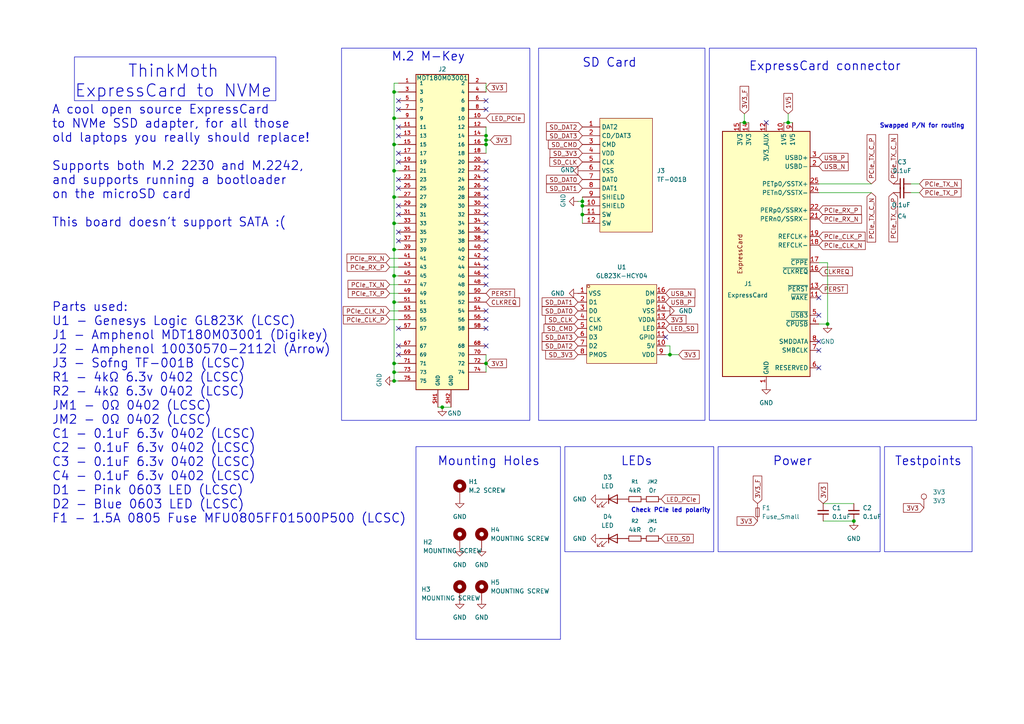
<source format=kicad_sch>
(kicad_sch (version 20250114) (generator "eeschema") (generator_version "9.0")
  (paper "A4")
  (title_block (title "ThinkMoth NVMe") (rev "V1.0") (company "Mothtek"))
  (lib_symbols
    (symbol "Connector:ExpressCard"
      (property "Reference" "J" (at 11.43 36.83 0))
      (property "Value" "ExpressCard" (at 7.62 -36.83 0))
      (symbol "ExpressCard_0_0"
        (text "ExpressCard" (at -7.62 0 900) (effects (font (size 1.27 1.27))))
      )
      (symbol "ExpressCard_0_1"
        (rectangle (start -12.7 35.56) (end 12.7 -35.56) (stroke (width 0.254)) (fill (type background)))
      )
      (symbol "ExpressCard_1_1"
        (pin power_out line (at -7.62 38.1 270) (length 2.54) (name "3V3") (number "15"))
        (pin power_out line (at -5.08 38.1 270) (length 2.54) (name "3V3") (number "14"))
        (pin power_out line (at 0 38.1 270) (length 2.54) (name "3V3_AUX") (number "12"))
        (pin power_out line (at 0 -38.1 90) (length 2.54) (name "GND") (number "1"))
        (pin passive line (at 0 -38.1 90) (length 2.54) (hide yes) (name "GND") (number "20"))
        (pin passive line (at 0 -38.1 90) (length 2.54) (hide yes) (name "GND") (number "23"))
        (pin passive line (at 0 -38.1 90) (length 2.54) (hide yes) (name "GND") (number "26"))
        (pin power_out line (at 5.08 38.1 270) (length 2.54) (name "1V5") (number "10"))
        (pin power_out line (at 7.62 38.1 270) (length 2.54) (name "1V5") (number "9"))
        (pin bidirectional line (at 15.24 27.94 180) (length 2.54) (name "USBD+") (number "3"))
        (pin bidirectional line (at 15.24 25.4 180) (length 2.54) (name "USBD-") (number "2"))
        (pin output line (at 15.24 20.32 180) (length 2.54) (name "PETp0/SSTX+") (number "25"))
        (pin output line (at 15.24 17.78 180) (length 2.54) (name "PETn0/SSTX-") (number "24"))
        (pin input line (at 15.24 12.7 180) (length 2.54) (name "PERp0/SSRX+") (number "22"))
        (pin input line (at 15.24 10.16 180) (length 2.54) (name "PERn0/SSRX-") (number "21"))
        (pin output line (at 15.24 5.08 180) (length 2.54) (name "REFCLK+") (number "19"))
        (pin output line (at 15.24 2.54 180) (length 2.54) (name "REFCLK-") (number "18"))
        (pin input line (at 15.24 -2.54 180) (length 2.54) (name "~{CPPE}") (number "17"))
        (pin input line (at 15.24 -5.08 180) (length 2.54) (name "~{CLKREQ}") (number "16"))
        (pin output line (at 15.24 -10.16 180) (length 2.54) (name "~{PERST}") (number "13"))
        (pin input line (at 15.24 -12.7 180) (length 2.54) (name "~{WAKE}") (number "11"))
        (pin bidirectional line (at 15.24 -17.78 180) (length 2.54) (name "~{USB3}") (number "5"))
        (pin input line (at 15.24 -20.32 180) (length 2.54) (name "~{CPUSB}") (number "4"))
        (pin bidirectional line (at 15.24 -25.4 180) (length 2.54) (name "SMDDATA") (number "8"))
        (pin output line (at 15.24 -27.94 180) (length 2.54) (name "SMBCLK") (number "7"))
        (pin passive line (at 15.24 -33.02 180) (length 2.54) (name "RESERVED") (number "6"))
      )
    )
    (symbol "Connector:TestPoint" (pin_numbers (hide yes)) (pin_names (offset 0.762) (hide yes))
      (property "Reference" "TP" (at 0 6.858 0))
      (property "Value" "TestPoint" (at 0 5.08 0))
      (symbol "TestPoint_0_1"
        (circle (center 0 3.302) (radius 0.762))
      )
      (symbol "TestPoint_1_1"
        (pin passive line (at 0 0 90) (length 2.54) (name "1") (number "1"))
      )
    )
    (symbol "Device:C_Small" (pin_numbers (hide yes)) (pin_names (offset 0.254) (hide yes))
      (property "Reference" "C" (at 0.254 1.778 0))
      (property "Value" "C_Small" (at 0.254 -2.032 0))
      (symbol "C_Small_0_1"
        (polyline (pts (xy -1.524 0.508) (xy 1.524 0.508)) (stroke (width 0.3048)))
        (polyline (pts (xy -1.524 -0.508) (xy 1.524 -0.508)) (stroke (width 0.3302)))
      )
      (symbol "C_Small_1_1"
        (pin passive line (at 0 2.54 270) (length 2.032) (name "~") (number "1"))
        (pin passive line (at 0 -2.54 90) (length 2.032) (name "~") (number "2"))
      )
    )
    (symbol "Device:Fuse_Small" (pin_numbers (hide yes)) (pin_names (offset 0.254) (hide yes))
      (property "Reference" "F" (at 0 -1.524 0))
      (property "Value" "Fuse_Small" (at 0 1.524 0))
      (symbol "Fuse_Small_0_1"
        (rectangle (start -1.27 0.508) (end 1.27 -0.508))
        (polyline (pts (xy -1.27 0) (xy 1.27 0)))
      )
      (symbol "Fuse_Small_1_1"
        (pin passive line (at -2.54 0 0) (length 1.27) (name "~") (number "1"))
        (pin passive line (at 2.54 0 180) (length 1.27) (name "~") (number "2"))
      )
    )
    (symbol "Device:LED" (pin_numbers (hide yes)) (pin_names (offset 1.016) (hide yes))
      (property "Reference" "D" (at 0 2.54 0))
      (property "Value" "LED" (at 0 -2.54 0))
      (symbol "LED_0_1"
        (polyline (pts (xy -3.048 -0.762) (xy -4.572 -2.286) (xy -3.81 -2.286) (xy -4.572 -2.286) (xy -4.572 -1.524)))
        (polyline (pts (xy -1.778 -0.762) (xy -3.302 -2.286) (xy -2.54 -2.286) (xy -3.302 -2.286) (xy -3.302 -1.524)))
        (polyline (pts (xy -1.27 0) (xy 1.27 0)))
        (polyline (pts (xy -1.27 -1.27) (xy -1.27 1.27)) (stroke (width 0.254)))
        (polyline (pts (xy 1.27 -1.27) (xy 1.27 1.27) (xy -1.27 0) (xy 1.27 -1.27)) (stroke (width 0.254)))
      )
      (symbol "LED_1_1"
        (pin passive line (at -3.81 0 0) (length 2.54) (name "K") (number "1"))
        (pin passive line (at 3.81 0 180) (length 2.54) (name "A") (number "2"))
      )
    )
    (symbol "Device:R_Small" (pin_numbers (hide yes)) (pin_names (offset 0.254) (hide yes))
      (property "Reference" "R" (at 0 0 90))
      (property "Value" "R_Small" (at 1.778 0 90))
      (symbol "R_Small_0_1"
        (rectangle (start -0.762 1.778) (end 0.762 -1.778) (stroke (width 0.2032)))
      )
      (symbol "R_Small_1_1"
        (pin passive line (at 0 2.54 270) (length 0.762) (name "~") (number "1"))
        (pin passive line (at 0 -2.54 90) (length 0.762) (name "~") (number "2"))
      )
    )
    (symbol "GL823K-HCY04:GL823K-HCY04"
      (property "Reference" "U" (at 0 13.97 0))
      (property "Value" "GL823K-HCY04" (at 0 -13.97 0))
      (symbol "GL823K-HCY04_0_1"
        (rectangle (start -10.16 11.43) (end 10.16 -11.43) (fill (type background)))
        (circle (center -9.65 10.92) (radius 0.38))
        (pin unspecified line (at -12.7 8.89 0) (length 2.54) (name "VSS") (number "1"))
        (pin unspecified line (at -12.7 6.35 0) (length 2.54) (name "D1") (number "2"))
        (pin unspecified line (at -12.7 3.81 0) (length 2.54) (name "D0") (number "3"))
        (pin unspecified line (at -12.7 1.27 0) (length 2.54) (name "CLK") (number "4"))
        (pin unspecified line (at -12.7 -1.27 0) (length 2.54) (name "CMD") (number "5"))
        (pin unspecified line (at -12.7 -3.81 0) (length 2.54) (name "D3") (number "6"))
        (pin unspecified line (at -12.7 -6.35 0) (length 2.54) (name "D2") (number "7"))
        (pin unspecified line (at -12.7 -8.89 0) (length 2.54) (name "PMOS") (number "8"))
        (pin unspecified line (at 12.7 8.89 180) (length 2.54) (name "DM") (number "16"))
        (pin unspecified line (at 12.7 6.35 180) (length 2.54) (name "DP") (number "15"))
        (pin unspecified line (at 12.7 3.81 180) (length 2.54) (name "VSS") (number "14"))
        (pin unspecified line (at 12.7 1.27 180) (length 2.54) (name "VDDA") (number "13"))
        (pin unspecified line (at 12.7 -1.27 180) (length 2.54) (name "LED") (number "12"))
        (pin unspecified line (at 12.7 -3.81 180) (length 2.54) (name "GPIO") (number "11"))
        (pin unspecified line (at 12.7 -6.35 180) (length 2.54) (name "5V") (number "10"))
        (pin unspecified line (at 12.7 -8.89 180) (length 2.54) (name "VDD") (number "9"))
      )
    )
    (symbol "MDT180M03001:MDT180M03001" (pin_names (offset 1.016))
      (property "Reference" "J" (at -7.62 46.482 0))
      (property "Value" "MDT180M03001" (at -7.62 -48.26 0))
      (symbol "MDT180M03001_0_0"
        (rectangle (start -7.62 -45.72) (end 7.62 45.72) (stroke (width 0.254)) (fill (type background)))
        (pin passive line (at -12.7 43.18 0) (length 5.08) (name "1") (number "1"))
        (pin passive line (at -12.7 40.64 0) (length 5.08) (name "3") (number "3"))
        (pin passive line (at -12.7 38.1 0) (length 5.08) (name "5") (number "5"))
        (pin passive line (at -12.7 35.56 0) (length 5.08) (name "7") (number "7"))
        (pin passive line (at -12.7 33.02 0) (length 5.08) (name "9") (number "9"))
        (pin passive line (at -12.7 30.48 0) (length 5.08) (name "11") (number "11"))
        (pin passive line (at -12.7 27.94 0) (length 5.08) (name "13") (number "13"))
        (pin passive line (at -12.7 25.4 0) (length 5.08) (name "15") (number "15"))
        (pin passive line (at -12.7 22.86 0) (length 5.08) (name "17") (number "17"))
        (pin passive line (at -12.7 20.32 0) (length 5.08) (name "19") (number "19"))
        (pin passive line (at -12.7 17.78 0) (length 5.08) (name "21") (number "21"))
        (pin passive line (at -12.7 15.24 0) (length 5.08) (name "23") (number "23"))
        (pin passive line (at -12.7 12.7 0) (length 5.08) (name "25") (number "25"))
        (pin passive line (at -12.7 10.16 0) (length 5.08) (name "27") (number "27"))
        (pin passive line (at -12.7 7.62 0) (length 5.08) (name "29") (number "29"))
        (pin passive line (at -12.7 5.08 0) (length 5.08) (name "31") (number "31"))
        (pin passive line (at -12.7 2.54 0) (length 5.08) (name "33") (number "33"))
        (pin passive line (at -12.7 0 0) (length 5.08) (name "35") (number "35"))
        (pin passive line (at -12.7 -2.54 0) (length 5.08) (name "37") (number "37"))
        (pin passive line (at -12.7 -5.08 0) (length 5.08) (name "39") (number "39"))
        (pin passive line (at -12.7 -7.62 0) (length 5.08) (name "41") (number "41"))
        (pin passive line (at -12.7 -10.16 0) (length 5.08) (name "43") (number "43"))
        (pin passive line (at -12.7 -12.7 0) (length 5.08) (name "45") (number "45"))
        (pin passive line (at -12.7 -15.24 0) (length 5.08) (name "47") (number "47"))
        (pin passive line (at -12.7 -17.78 0) (length 5.08) (name "49") (number "49"))
        (pin passive line (at -12.7 -20.32 0) (length 5.08) (name "51") (number "51"))
        (pin passive line (at -12.7 -22.86 0) (length 5.08) (name "53") (number "53"))
        (pin passive line (at -12.7 -25.4 0) (length 5.08) (name "55") (number "55"))
        (pin passive line (at -12.7 -27.94 0) (length 5.08) (name "57") (number "57"))
        (pin passive line (at -12.7 -33.02 0) (length 5.08) (name "67") (number "67"))
        (pin passive line (at -12.7 -35.56 0) (length 5.08) (name "69") (number "69"))
        (pin passive line (at -12.7 -38.1 0) (length 5.08) (name "71") (number "71"))
        (pin passive line (at -12.7 -40.64 0) (length 5.08) (name "73") (number "73"))
        (pin passive line (at -12.7 -43.18 0) (length 5.08) (name "75") (number "75"))
        (pin passive line (at 12.7 43.18 180) (length 5.08) (name "2") (number "2"))
        (pin passive line (at 12.7 40.64 180) (length 5.08) (name "4") (number "4"))
        (pin passive line (at 12.7 38.1 180) (length 5.08) (name "6") (number "6"))
        (pin passive line (at 12.7 35.56 180) (length 5.08) (name "8") (number "8"))
        (pin passive line (at 12.7 33.02 180) (length 5.08) (name "10") (number "10"))
        (pin passive line (at 12.7 30.48 180) (length 5.08) (name "12") (number "12"))
        (pin passive line (at 12.7 27.94 180) (length 5.08) (name "14") (number "14"))
        (pin passive line (at 12.7 25.4 180) (length 5.08) (name "16") (number "16"))
        (pin passive line (at 12.7 22.86 180) (length 5.08) (name "18") (number "18"))
        (pin passive line (at 12.7 20.32 180) (length 5.08) (name "20") (number "20"))
        (pin passive line (at 12.7 17.78 180) (length 5.08) (name "22") (number "22"))
        (pin passive line (at 12.7 15.24 180) (length 5.08) (name "24") (number "24"))
        (pin passive line (at 12.7 12.7 180) (length 5.08) (name "26") (number "26"))
        (pin passive line (at 12.7 10.16 180) (length 5.08) (name "28") (number "28"))
        (pin passive line (at 12.7 7.62 180) (length 5.08) (name "30") (number "30"))
        (pin passive line (at 12.7 5.08 180) (length 5.08) (name "32") (number "32"))
        (pin passive line (at 12.7 2.54 180) (length 5.08) (name "34") (number "34"))
        (pin passive line (at 12.7 0 180) (length 5.08) (name "36") (number "36"))
        (pin passive line (at 12.7 -2.54 180) (length 5.08) (name "38") (number "38"))
        (pin passive line (at 12.7 -5.08 180) (length 5.08) (name "40") (number "40"))
        (pin passive line (at 12.7 -7.62 180) (length 5.08) (name "42") (number "42"))
        (pin passive line (at 12.7 -10.16 180) (length 5.08) (name "44") (number "44"))
        (pin passive line (at 12.7 -12.7 180) (length 5.08) (name "46") (number "46"))
        (pin passive line (at 12.7 -15.24 180) (length 5.08) (name "48") (number "48"))
        (pin passive line (at 12.7 -17.78 180) (length 5.08) (name "50") (number "50"))
        (pin passive line (at 12.7 -20.32 180) (length 5.08) (name "52") (number "52"))
        (pin passive line (at 12.7 -22.86 180) (length 5.08) (name "54") (number "54"))
        (pin passive line (at 12.7 -25.4 180) (length 5.08) (name "56") (number "56"))
        (pin passive line (at 12.7 -27.94 180) (length 5.08) (name "58") (number "58"))
        (pin passive line (at 12.7 -33.02 180) (length 5.08) (name "68") (number "68"))
        (pin passive line (at 12.7 -35.56 180) (length 5.08) (name "70") (number "70"))
        (pin passive line (at 12.7 -38.1 180) (length 5.08) (name "72") (number "72"))
        (pin passive line (at 12.7 -40.64 180) (length 5.08) (name "74") (number "74"))
      )
      (symbol "MDT180M03001_1_0"
        (pin passive line (at -1.27 -50.8 90) (length 5.08) (name "GND") (number "SH1"))
        (pin passive line (at 2.54 -50.8 90) (length 5.08) (name "GND") (number "SH2"))
      )
    )
    (symbol "Mechanical:MountingHole_Pad" (pin_numbers (hide yes)) (pin_names (offset 1.016) (hide yes)) (in_bom no)
      (property "Reference" "H" (at 0 6.35 0))
      (property "Value" "MountingHole_Pad" (at 0 4.445 0))
      (symbol "MountingHole_Pad_0_1"
        (circle (center 0 1.27) (radius 1.27) (stroke (width 1.27)))
      )
      (symbol "MountingHole_Pad_1_1"
        (pin input line (at 0 -2.54 90) (length 2.54) (name "1") (number "1"))
      )
    )
    (symbol "SOFNG-TF-001B:TF-001B"
      (property "Reference" "Card1" (at -2.54 21.59 0))
      (property "Value" "TF-001B" (at -2.54 19.05 0))
      (symbol "TF-001B_0_1"
        (rectangle (start -5.08 16.51) (end 10.16 -16.51) (fill (type background)))
        (pin unspecified line (at -10.16 13.97 0) (length 5.08) (name "DAT2") (number "1"))
        (pin unspecified line (at -10.16 11.43 0) (length 5.08) (name "CD/DAT3") (number "2"))
        (pin unspecified line (at -10.16 8.89 0) (length 5.08) (name "CMD") (number "3"))
        (pin unspecified line (at -10.16 6.35 0) (length 5.08) (name "VDD") (number "4"))
        (pin unspecified line (at -10.16 3.81 0) (length 5.08) (name "CLK") (number "5"))
        (pin unspecified line (at -10.16 1.27 0) (length 5.08) (name "VSS") (number "6"))
        (pin unspecified line (at -10.16 -1.27 0) (length 5.08) (name "DAT0") (number "7"))
        (pin unspecified line (at -10.16 -3.81 0) (length 5.08) (name "DAT1") (number "8"))
        (pin unspecified line (at -10.16 -6.35 0) (length 5.08) (name "SHIELD") (number "9"))
        (pin unspecified line (at -10.16 -8.89 0) (length 5.08) (name "SHIELD") (number "10"))
        (pin unspecified line (at -10.16 -11.43 0) (length 5.08) (name "SW") (number "11"))
        (pin unspecified line (at -10.16 -13.97 0) (length 5.08) (name "SW") (number "12"))
      )
    )
    (symbol "power:GND" (power) (pin_numbers (hide yes)) (pin_names (offset 0) (hide yes))
      (property "Value" "GND" (at 0 -3.81 0))
      (symbol "GND_0_1"
        (polyline (pts (xy 0 0) (xy 0 -1.27) (xy 1.27 -1.27) (xy 0 -2.54) (xy -1.27 -1.27) (xy 0 -1.27)))
      )
      (symbol "GND_1_1"
        (pin power_in line (at 0 0 270) (length 0) (name "~") (number "1"))
      )
    )
  )
  (rectangle (start 156.21 13.97) (end 204.47 121.92))
  (rectangle (start 205.74 13.97) (end 283.21 121.92))
  (rectangle (start 120.65 129.54) (end 162.56 185.42))
  (rectangle (start 256.54 129.54) (end 281.94 160.02))
  (rectangle (start 21.59 16.51) (end 80.01 29.21))
  (rectangle (start 208.28 129.54) (end 255.27 160.02))
  (rectangle (start 99.06 13.97) (end 153.67 121.92))
  (rectangle (start 163.83 129.54) (end 207.01 160.02))
  (text "ThinkMoth\nExpressCard to NVMe\n" (at 50.292 23.622 0) (effects (font (size 3.556 3.556) (thickness 0.254) (bold yes))))
  (text "Mounting Holes" (at 141.732 133.858 0) (effects (font (size 2.54 2.54) (thickness 0.254) (bold yes))))
  (text "Power" (at 229.87 133.858 0) (effects (font (size 2.54 2.54) (thickness 0.254) (bold yes))))
  (text "Check PCIe led polarity" (at 194.564 148.082 0) (effects (font (size 1.27 1.27) (thickness 0.254) (bold yes))))
  (text "M.2 M-Key" (at 124.206 16.51 0) (effects (font (size 2.54 2.54) (thickness 0.254) (bold yes))))
  (text "Swapped P/N for routing" (at 267.462 36.576 0) (effects (font (size 1.27 1.27) (thickness 0.254) (bold yes))))
  (text "A cool open source ExpressCard\nto NVMe SSD adapter, for all those\nold laptops you really should replace!\n\nSupports both M.2 2230 and M.2242,\nand supports running a bootloader \non the microSD card\n\nThis board doesn't support SATA :(\n\n\n\n\n\nParts used:\nU1 - Genesys Logic GL823K (LCSC)\nJ1 - Amphenol MDT180M03001 (Digikey)\nJ2 - Amphenol 10030570-2112l (Arrow)\nJ3 - Sofng TF-001B (LCSC)\nR1 - 4kΩ 6.3v 0402 (LCSC)\nR2 - 4kΩ 6.3v 0402 (LCSC)\nJM1 - 0Ω 0402 (LCSC)\nJM2 - 0Ω 0402 (LCSC)\nC1 - 0.1uF 6.3v 0402 (LCSC)\nC2 - 0.1uF 6.3v 0402 (LCSC)\nC3 - 0.1uF 6.3v 0402 (LCSC)\nC4 - 0.1uF 6.3v 0402 (LCSC)\nD1 - Pink 0603 LED (LCSC)\nD2 - Blue 0603 LED (LCSC)\nF1 - 1.5A 0805 Fuse MFU0805FF01500P500 (LCSC)" (at 14.986 91.186 0) (effects (font (size 2.54 2.54) (thickness 0.254) (bold yes)) (justify left)))
  (text "Testpoints" (at 269.24 133.858 0) (effects (font (size 2.54 2.54) (thickness 0.254) (bold yes))))
  (text "LEDs" (at 184.658 133.858 0) (effects (font (size 2.54 2.54) (thickness 0.254) (bold yes))))
  (text "ExpressCard connector" (at 239.268 19.304 0) (effects (font (size 2.54 2.54) (thickness 0.254) (bold yes))))
  (text "SD Card" (at 176.784 18.288 0) (effects (font (size 2.54 2.54) (thickness 0.254) (bold yes))))
  (junction (at 114.3 110.49))
  (junction (at 114.3 107.95))
  (junction (at 114.3 41.91))
  (junction (at 114.3 64.77))
  (junction (at 114.3 80.01))
  (junction (at 240.03 93.98))
  (junction (at 168.91 58.42))
  (junction (at 168.91 62.23))
  (junction (at 140.97 105.41))
  (junction (at 128.27 118.11))
  (junction (at 140.97 39.37))
  (junction (at 168.91 59.69))
  (junction (at 114.3 26.67))
  (junction (at 215.9 35.56))
  (junction (at 114.3 57.15))
  (junction (at 194.31 102.87))
  (junction (at 114.3 49.53))
  (junction (at 228.6 35.56))
  (junction (at 247.65 151.13))
  (junction (at 114.3 72.39))
  (junction (at 114.3 87.63))
  (junction (at 114.3 34.29))
  (junction (at 140.97 41.91))
  (junction (at 140.97 40.64))
  (junction (at 114.3 105.41))
  (no_connect (at 140.97 72.39))
  (no_connect (at 115.57 29.21))
  (no_connect (at 237.49 91.44))
  (no_connect (at 140.97 67.31))
  (no_connect (at 222.25 35.56))
  (no_connect (at 115.57 52.07))
  (no_connect (at 237.49 101.6))
  (no_connect (at 140.97 80.01))
  (no_connect (at 115.57 44.45))
  (no_connect (at 140.97 31.75))
  (no_connect (at 115.57 95.25))
  (no_connect (at 115.57 69.85))
  (no_connect (at 140.97 54.61))
  (no_connect (at 140.97 62.23))
  (no_connect (at 140.97 90.17))
  (no_connect (at 140.97 52.07))
  (no_connect (at 140.97 64.77))
  (no_connect (at 140.97 59.69))
  (no_connect (at 237.49 86.36))
  (no_connect (at 140.97 69.85))
  (no_connect (at 140.97 46.99))
  (no_connect (at 237.49 106.68))
  (no_connect (at 140.97 74.93))
  (no_connect (at 140.97 82.55))
  (no_connect (at 140.97 29.21))
  (no_connect (at 115.57 102.87))
  (no_connect (at 140.97 100.33))
  (no_connect (at 140.97 95.25))
  (no_connect (at 115.57 62.23))
  (no_connect (at 115.57 46.99))
  (no_connect (at 193.04 97.79))
  (no_connect (at 140.97 92.71))
  (no_connect (at 115.57 67.31))
  (no_connect (at 115.57 36.83))
  (no_connect (at 115.57 59.69))
  (no_connect (at 115.57 100.33))
  (no_connect (at 237.49 99.06))
  (no_connect (at 140.97 49.53))
  (no_connect (at 115.57 31.75))
  (no_connect (at 140.97 57.15))
  (no_connect (at 140.97 77.47))
  (no_connect (at 115.57 39.37))
  (no_connect (at 115.57 54.61))
  (wire (pts (xy 266.7 53.34) (xy 264.16 53.34)))
  (wire (pts (xy 140.97 39.37) (xy 140.97 40.64)))
  (wire (pts (xy 114.3 34.29) (xy 114.3 26.67)))
  (wire (pts (xy 114.3 64.77) (xy 115.57 64.77)))
  (wire (pts (xy 114.3 87.63) (xy 114.3 80.01)))
  (wire (pts (xy 114.3 105.41) (xy 115.57 105.41)))
  (wire (pts (xy 168.91 59.69) (xy 168.91 62.23)))
  (wire (pts (xy 238.76 151.13) (xy 247.65 151.13)))
  (wire (pts (xy 127 118.11) (xy 128.27 118.11)))
  (wire (pts (xy 140.97 105.41) (xy 140.97 107.95)))
  (wire (pts (xy 114.3 57.15) (xy 114.3 49.53)))
  (wire (pts (xy 214.63 35.56) (xy 215.9 35.56)))
  (wire (pts (xy 140.97 40.64) (xy 140.97 41.91)))
  (wire (pts (xy 114.3 80.01) (xy 115.57 80.01)))
  (wire (pts (xy 238.76 146.05) (xy 247.65 146.05)))
  (wire (pts (xy 114.3 41.91) (xy 115.57 41.91)))
  (wire (pts (xy 167.64 58.42) (xy 168.91 58.42)))
  (wire (pts (xy 194.31 100.33) (xy 194.31 102.87)))
  (wire (pts (xy 140.97 41.91) (xy 140.97 44.45)))
  (wire (pts (xy 114.3 26.67) (xy 114.3 24.13)))
  (wire (pts (xy 140.97 36.83) (xy 140.97 39.37)))
  (wire (pts (xy 140.97 24.13) (xy 140.97 26.67)))
  (wire (pts (xy 114.3 72.39) (xy 114.3 64.77)))
  (wire (pts (xy 228.6 35.56) (xy 228.6 33.02)))
  (wire (pts (xy 114.3 72.39) (xy 115.57 72.39)))
  (wire (pts (xy 168.91 62.23) (xy 168.91 64.77)))
  (wire (pts (xy 114.3 26.67) (xy 115.57 26.67)))
  (wire (pts (xy 196.85 102.87) (xy 194.31 102.87)))
  (wire (pts (xy 168.91 57.15) (xy 168.91 58.42)))
  (wire (pts (xy 266.7 55.88) (xy 264.16 55.88)))
  (wire (pts (xy 114.3 24.13) (xy 115.57 24.13)))
  (wire (pts (xy 140.97 40.64) (xy 142.24 40.64)))
  (wire (pts (xy 113.03 90.17) (xy 115.57 90.17)))
  (wire (pts (xy 140.97 102.87) (xy 140.97 105.41)))
  (wire (pts (xy 114.3 64.77) (xy 114.3 57.15)))
  (wire (pts (xy 168.91 58.42) (xy 168.91 59.69)))
  (wire (pts (xy 114.3 105.41) (xy 114.3 87.63)))
  (wire (pts (xy 114.3 80.01) (xy 114.3 72.39)))
  (wire (pts (xy 113.03 77.47) (xy 115.57 77.47)))
  (wire (pts (xy 114.3 87.63) (xy 115.57 87.63)))
  (wire (pts (xy 114.3 49.53) (xy 115.57 49.53)))
  (wire (pts (xy 194.31 102.87) (xy 193.04 102.87)))
  (wire (pts (xy 114.3 57.15) (xy 115.57 57.15)))
  (wire (pts (xy 114.3 49.53) (xy 114.3 41.91)))
  (wire (pts (xy 170.18 59.69) (xy 168.91 59.69)))
  (wire (pts (xy 215.9 33.02) (xy 215.9 35.56)))
  (wire (pts (xy 114.3 34.29) (xy 115.57 34.29)))
  (wire (pts (xy 240.03 76.2) (xy 240.03 93.98)))
  (wire (pts (xy 115.57 110.49) (xy 114.3 110.49)))
  (wire (pts (xy 128.27 118.11) (xy 130.81 118.11)))
  (wire (pts (xy 240.03 93.98) (xy 237.49 93.98)))
  (wire (pts (xy 114.3 110.49) (xy 114.3 107.95)))
  (wire (pts (xy 114.3 107.95) (xy 114.3 105.41)))
  (wire (pts (xy 113.03 82.55) (xy 115.57 82.55)))
  (wire (pts (xy 237.49 76.2) (xy 240.03 76.2)))
  (wire (pts (xy 237.49 53.34) (xy 252.73 53.34)))
  (wire (pts (xy 227.33 35.56) (xy 228.6 35.56)))
  (wire (pts (xy 237.49 55.88) (xy 252.73 55.88)))
  (wire (pts (xy 113.03 74.93) (xy 115.57 74.93)))
  (wire (pts (xy 193.04 100.33) (xy 194.31 100.33)))
  (wire (pts (xy 114.3 41.91) (xy 114.3 34.29)))
  (wire (pts (xy 113.03 85.09) (xy 115.57 85.09)))
  (wire (pts (xy 228.6 35.56) (xy 229.87 35.56)))
  (wire (pts (xy 215.9 35.56) (xy 217.17 35.56)))
  (wire (pts (xy 113.03 92.71) (xy 115.57 92.71)))
  (wire (pts (xy 114.3 107.95) (xy 115.57 107.95)))
  (global_label "PCIe_TX_C_N" (shape input) (at 259.08 53.34 90) (property "Intersheetrefs" "${INTERSHEET_REFS}" (effects (hide yes))))
  (global_label "PCIe_TX_N" (shape input) (at 113.03 82.55 180) (property "Intersheetrefs" "${INTERSHEET_REFS}" (effects (hide yes))))
  (global_label "SD_CMD" (shape input) (at 168.91 41.91 180) (property "Intersheetrefs" "${INTERSHEET_REFS}" (effects (hide yes))))
  (global_label "USB_P" (shape input) (at 193.04 87.63 0) (property "Intersheetrefs" "${INTERSHEET_REFS}" (effects (hide yes))))
  (global_label "PCIe_RX_P" (shape input) (at 237.49 60.96 0) (property "Intersheetrefs" "${INTERSHEET_REFS}" (effects (hide yes))))
  (global_label "SD_DAT3" (shape input) (at 167.64 97.79 180) (property "Intersheetrefs" "${INTERSHEET_REFS}" (effects (hide yes))))
  (global_label "PCIe_CLK_P" (shape input) (at 113.03 92.71 180) (property "Intersheetrefs" "${INTERSHEET_REFS}" (effects (hide yes))))
  (global_label "PCIe_TX_P" (shape input) (at 266.7 55.88 0) (property "Intersheetrefs" "${INTERSHEET_REFS}" (effects (hide yes))))
  (global_label "3V3" (shape input) (at 193.04 92.71 0) (property "Intersheetrefs" "${INTERSHEET_REFS}" (effects (hide yes))))
  (global_label "3V3" (shape input) (at 140.97 25.4 0) (property "Intersheetrefs" "${INTERSHEET_REFS}" (effects (hide yes))))
  (global_label "LED_SD" (shape input) (at 193.04 95.25 0) (property "Intersheetrefs" "${INTERSHEET_REFS}" (effects (hide yes))))
  (global_label "PCIe_RX_N" (shape input) (at 113.03 74.93 180) (property "Intersheetrefs" "${INTERSHEET_REFS}" (effects (hide yes))))
  (global_label "SD_DAT1" (shape input) (at 167.64 87.63 180) (property "Intersheetrefs" "${INTERSHEET_REFS}" (effects (hide yes))))
  (global_label "3V3_F" (shape input) (at 215.9 33.02 90) (property "Intersheetrefs" "${INTERSHEET_REFS}" (effects (hide yes))))
  (global_label "3V3" (shape input) (at 219.71 151.13 180) (property "Intersheetrefs" "${INTERSHEET_REFS}" (effects (hide yes))))
  (global_label "PCIe_TX_P" (shape input) (at 113.03 85.09 180) (property "Intersheetrefs" "${INTERSHEET_REFS}" (effects (hide yes))))
  (global_label "PCIe_CLK_P" (shape input) (at 237.49 68.58 0) (property "Intersheetrefs" "${INTERSHEET_REFS}" (effects (hide yes))))
  (global_label "SD_CLK" (shape input) (at 168.91 46.99 180) (property "Intersheetrefs" "${INTERSHEET_REFS}" (effects (hide yes))))
  (global_label "SD_3V3" (shape input) (at 168.91 44.45 180) (property "Intersheetrefs" "${INTERSHEET_REFS}" (effects (hide yes))))
  (global_label "3V3" (shape input) (at 142.24 40.64 0) (property "Intersheetrefs" "${INTERSHEET_REFS}" (effects (hide yes))))
  (global_label "SD_DAT0" (shape input) (at 168.91 52.07 180) (property "Intersheetrefs" "${INTERSHEET_REFS}" (effects (hide yes))))
  (global_label "SD_CMD" (shape input) (at 167.64 95.25 180) (property "Intersheetrefs" "${INTERSHEET_REFS}" (effects (hide yes))))
  (global_label "PERST" (shape input) (at 237.49 83.82 0) (property "Intersheetrefs" "${INTERSHEET_REFS}" (effects (hide yes))))
  (global_label "PERST" (shape input) (at 140.97 85.09 0) (property "Intersheetrefs" "${INTERSHEET_REFS}" (effects (hide yes))))
  (global_label "PCIe_TX_C_P" (shape input) (at 252.73 53.34 90) (property "Intersheetrefs" "${INTERSHEET_REFS}" (effects (hide yes))))
  (global_label "PCIe_RX_P" (shape input) (at 113.03 77.47 180) (property "Intersheetrefs" "${INTERSHEET_REFS}" (effects (hide yes))))
  (global_label "3V3_F" (shape input) (at 219.71 146.05 90) (property "Intersheetrefs" "${INTERSHEET_REFS}" (effects (hide yes))))
  (global_label "PCIe_RX_N" (shape input) (at 237.49 63.5 0) (property "Intersheetrefs" "${INTERSHEET_REFS}" (effects (hide yes))))
  (global_label "1V5" (shape input) (at 228.6 33.02 90) (property "Intersheetrefs" "${INTERSHEET_REFS}" (effects (hide yes))))
  (global_label "PCIe_TX_C_P" (shape input) (at 259.08 55.88 270) (property "Intersheetrefs" "${INTERSHEET_REFS}" (effects (hide yes))))
  (global_label "USB_N" (shape input) (at 193.04 85.09 0) (property "Intersheetrefs" "${INTERSHEET_REFS}" (effects (hide yes))))
  (global_label "PCIe_CLK_N" (shape input) (at 113.03 90.17 180) (property "Intersheetrefs" "${INTERSHEET_REFS}" (effects (hide yes))))
  (global_label "PCIe_TX_C_N" (shape input) (at 252.73 55.88 270) (property "Intersheetrefs" "${INTERSHEET_REFS}" (effects (hide yes))))
  (global_label "3V3" (shape input) (at 196.85 102.87 0) (property "Intersheetrefs" "${INTERSHEET_REFS}" (effects (hide yes))))
  (global_label "SD_DAT3" (shape input) (at 168.91 39.37 180) (property "Intersheetrefs" "${INTERSHEET_REFS}" (effects (hide yes))))
  (global_label "SD_DAT1" (shape input) (at 168.91 54.61 180) (property "Intersheetrefs" "${INTERSHEET_REFS}" (effects (hide yes))))
  (global_label "SD_3V3" (shape input) (at 167.64 102.87 180) (property "Intersheetrefs" "${INTERSHEET_REFS}" (effects (hide yes))))
  (global_label "LED_PCIe" (shape input) (at 140.97 34.29 0) (property "Intersheetrefs" "${INTERSHEET_REFS}" (effects (hide yes))))
  (global_label "SD_CLK" (shape input) (at 167.64 92.71 180) (property "Intersheetrefs" "${INTERSHEET_REFS}" (effects (hide yes))))
  (global_label "SD_DAT2" (shape input) (at 167.64 100.33 180) (property "Intersheetrefs" "${INTERSHEET_REFS}" (effects (hide yes))))
  (global_label "3V3" (shape input) (at 238.76 146.05 90) (property "Intersheetrefs" "${INTERSHEET_REFS}" (effects (hide yes))))
  (global_label "PCIe_CLK_N" (shape input) (at 237.49 71.12 0) (property "Intersheetrefs" "${INTERSHEET_REFS}" (effects (hide yes))))
  (global_label "CLKREQ" (shape input) (at 140.97 87.63 0) (property "Intersheetrefs" "${INTERSHEET_REFS}" (effects (hide yes))))
  (global_label "3V3" (shape input) (at 140.97 105.41 0) (property "Intersheetrefs" "${INTERSHEET_REFS}" (effects (hide yes))))
  (global_label "SD_DAT0" (shape input) (at 167.64 90.17 180) (property "Intersheetrefs" "${INTERSHEET_REFS}" (effects (hide yes))))
  (global_label "SD_DAT2" (shape input) (at 168.91 36.83 180) (property "Intersheetrefs" "${INTERSHEET_REFS}" (effects (hide yes))))
  (global_label "PCIe_TX_N" (shape input) (at 266.7 53.34 0) (property "Intersheetrefs" "${INTERSHEET_REFS}" (effects (hide yes))))
  (global_label "LED_PCIe" (shape input) (at 191.77 144.78 0) (property "Intersheetrefs" "${INTERSHEET_REFS}" (effects (hide yes))))
  (global_label "LED_SD" (shape input) (at 191.77 156.21 0) (property "Intersheetrefs" "${INTERSHEET_REFS}" (effects (hide yes))))
  (global_label "CLKREQ" (shape input) (at 237.49 78.74 0) (property "Intersheetrefs" "${INTERSHEET_REFS}" (effects (hide yes))))
  (global_label "3V3" (shape input) (at 267.97 147.32 180) (property "Intersheetrefs" "${INTERSHEET_REFS}" (effects (hide yes))))
  (global_label "USB_N" (shape input) (at 237.49 48.26 0) (property "Intersheetrefs" "${INTERSHEET_REFS}" (effects (hide yes))))
  (global_label "USB_P" (shape input) (at 237.49 45.72 0) (property "Intersheetrefs" "${INTERSHEET_REFS}" (effects (hide yes))))
  (symbol (lib_id "Device:LED") (at 177.8 144.78 0) (unit 1)
    (property "Reference" "D3" (at 176.2125 138.43 0))
    (property "Value" "LED" (at 176.2125 140.97 0))
    (property "Footprint" "LED_SMD:LED_0603_1608Metric" (effects (hide yes)))
    (property "Description" "Light emitting diode" (effects (hide yes)))
    (property "Sim.Pins" "1=K 2=A" (effects (hide yes)))
  )
  (symbol (lib_id "Device:Fuse_Small") (at 219.71 148.59 90) (unit 1)
    (property "Reference" "F1" (at 220.98 147.3199 90) (effects (justify right)))
    (property "Value" "Fuse_Small" (at 220.98 149.8599 90) (effects (justify right)))
    (property "Footprint" "Fuse:Fuse_0805_2012Metric" (effects (hide yes)))
    (property "Description" "Fuse, small symbol" (effects (hide yes)))
  )
  (symbol (lib_id "power:GND") (at 167.64 58.42 270) (unit 1)
    (property "Reference" "#PWR09" (effects (hide yes)))
    (property "Value" "GND" (at 163.322 58.166 0))
    (property "Description" "Power symbol creates a global label with name \"GND\" , ground" (effects (hide yes)))
  )
  (symbol (lib_id "power:GND") (at 139.7 158.75 0) (mirror y) (unit 1)
    (property "Reference" "#PWR016" (effects (hide yes)))
    (property "Value" "GND" (at 139.7 163.83 0))
    (property "Description" "Power symbol creates a global label with name \"GND\" , ground" (effects (hide yes)))
  )
  (symbol (lib_id "Device:R_Small") (at 184.15 144.78 90) (unit 1)
    (property "Reference" "R1" (at 184.15 139.7 90) (effects (font (size 1.016 1.016))))
    (property "Value" "4kR" (at 184.15 142.24 90))
    (property "Footprint" "Resistor_SMD:R_0402_1005Metric" (effects (hide yes)))
    (property "Description" "Resistor, small symbol" (effects (hide yes)))
  )
  (symbol (lib_id "power:GND") (at 193.04 90.17 90) (unit 1)
    (property "Reference" "#PWR01" (effects (hide yes)))
    (property "Value" "GND" (at 196.85 90.1699 90) (effects (justify right)))
    (property "Description" "Power symbol creates a global label with name \"GND\" , ground" (effects (hide yes)))
  )
  (symbol (lib_id "power:GND") (at 128.27 118.11 0) (unit 1)
    (property "Reference" "#PWR022" (effects (hide yes)))
    (property "Value" "GND" (at 131.826 119.888 0))
    (property "Description" "Power symbol creates a global label with name \"GND\" , ground" (effects (hide yes)))
  )
  (symbol (lib_id "Connector:ExpressCard") (at 222.25 73.66 0) (unit 1)
    (property "Reference" "J1" (at 218.186 82.296 0) (effects (justify right)))
    (property "Value" "ExpressCard" (at 222.758 85.598 0) (effects (justify right)))
    (property "Footprint" "thinkmoth:ExpressCard_Plug" (effects (hide yes)))
    (property "Datasheet" "https://web.archive.org/web/20180809060653/http://www.usb.org/developers/expresscard/EC_specifications/ExpressCard_2_0_FINAL.pdf" (effects (hide yes)))
    (property "Description" "ExpressCard connector" (effects (hide yes)))
  )
  (symbol (lib_id "Mechanical:MountingHole_Pad") (at 133.35 171.45 0) (unit 1) (in_bom no)
    (property "Reference" "H3" (at 122.174 170.942 0) (effects (justify left)))
    (property "Value" "MOUNTING SCREW" (at 122.174 173.482 0) (effects (justify left)))
    (property "Footprint" "MountingHole_2.2mm_M2" (effects (hide yes)))
    (property "Description" "Mounting Hole with connection" (effects (hide yes)))
  )
  (symbol (lib_id "Device:C_Small") (at 247.65 148.59 180) (unit 1)
    (property "Reference" "C2" (at 250.19 147.3135 0) (effects (justify right)))
    (property "Value" "0.1uF" (at 250.19 149.8535 0) (effects (justify right)))
    (property "Footprint" "Capacitor_SMD:C_0402_1005Metric" (effects (hide yes)))
    (property "Description" "Unpolarized capacitor, small symbol" (effects (hide yes)))
  )
  (symbol (lib_id "power:GND") (at 114.3 110.49 270) (unit 1)
    (property "Reference" "#PWR018" (effects (hide yes)))
    (property "Value" "GND" (at 109.982 110.236 0))
    (property "Description" "Power symbol creates a global label with name \"GND\" , ground" (effects (hide yes)))
  )
  (symbol (lib_id "Device:C_Small") (at 238.76 148.59 180) (unit 1)
    (property "Reference" "C1" (at 241.3 147.3135 0) (effects (justify right)))
    (property "Value" "0.1uF" (at 241.3 149.8535 0) (effects (justify right)))
    (property "Footprint" "Capacitor_SMD:C_0402_1005Metric" (effects (hide yes)))
    (property "Description" "Unpolarized capacitor, small symbol" (effects (hide yes)))
  )
  (symbol (lib_id "Mechanical:MountingHole_Pad") (at 133.35 142.24 0) (unit 1) (in_bom no)
    (property "Reference" "H1" (at 135.89 139.6999 0) (effects (justify left)))
    (property "Value" "M.2 SCREW" (at 135.89 142.2399 0) (effects (justify left)))
    (property "Footprint" "MountingHole:MountingHole_2.7mm_M2.5_DIN965_Pad" (effects (hide yes)))
    (property "Description" "Mounting Hole with connection" (effects (hide yes)))
  )
  (symbol (lib_id "power:GND") (at 173.99 144.78 270) (mirror x) (unit 1)
    (property "Reference" "#PWR019" (effects (hide yes)))
    (property "Value" "GND" (at 170.18 144.7799 90) (effects (justify right)))
    (property "Description" "Power symbol creates a global label with name \"GND\" , ground" (effects (hide yes)))
  )
  (symbol (lib_id "Device:R_Small") (at 189.23 156.21 90) (unit 1)
    (property "Reference" "JM1" (at 189.23 151.13 90) (effects (font (size 1.016 1.016))))
    (property "Value" "0r" (at 189.23 153.67 90))
    (property "Footprint" "Resistor_SMD:R_0402_1005Metric" (effects (hide yes)))
    (property "Description" "Resistor, small symbol" (effects (hide yes)))
  )
  (symbol (lib_id "power:GND") (at 133.35 173.99 0) (mirror y) (unit 1)
    (property "Reference" "#PWR015" (effects (hide yes)))
    (property "Value" "GND" (at 133.35 179.07 0))
    (property "Description" "Power symbol creates a global label with name \"GND\" , ground" (effects (hide yes)))
  )
  (symbol (lib_id "Mechanical:MountingHole_Pad") (at 139.7 171.45 0) (unit 1) (in_bom no)
    (property "Reference" "H5" (at 142.24 168.9099 0) (effects (justify left)))
    (property "Value" "MOUNTING SCREW" (at 142.24 171.4499 0) (effects (justify left)))
    (property "Footprint" "MountingHole_2.2mm_M2" (effects (hide yes)))
    (property "Description" "Mounting Hole with connection" (effects (hide yes)))
  )
  (symbol (lib_id "power:GND") (at 139.7 173.99 0) (mirror y) (unit 1)
    (property "Reference" "#PWR017" (effects (hide yes)))
    (property "Value" "GND" (at 139.7 179.07 0))
    (property "Description" "Power symbol creates a global label with name \"GND\" , ground" (effects (hide yes)))
  )
  (symbol (lib_id "Device:R_Small") (at 189.23 144.78 90) (unit 1)
    (property "Reference" "JM2" (at 189.23 139.7 90) (effects (font (size 1.016 1.016))))
    (property "Value" "0r" (at 189.23 142.24 90))
    (property "Footprint" "Resistor_SMD:R_0402_1005Metric" (effects (hide yes)))
    (property "Description" "Resistor, small symbol" (effects (hide yes)))
  )
  (symbol (lib_id "Mechanical:MountingHole_Pad") (at 139.7 156.21 0) (unit 1) (in_bom no)
    (property "Reference" "H4" (at 142.24 153.6699 0) (effects (justify left)))
    (property "Value" "MOUNTING SCREW" (at 142.24 156.2099 0) (effects (justify left)))
    (property "Footprint" "MountingHole_2.2mm_M2" (effects (hide yes)))
    (property "Description" "Mounting Hole with connection" (effects (hide yes)))
  )
  (symbol (lib_id "power:GND") (at 133.35 158.75 0) (mirror y) (unit 1)
    (property "Reference" "#PWR014" (effects (hide yes)))
    (property "Value" "GND" (at 133.35 163.83 0))
    (property "Description" "Power symbol creates a global label with name \"GND\" , ground" (effects (hide yes)))
  )
  (symbol (lib_id "power:GND") (at 240.03 93.98 0) (unit 1)
    (property "Reference" "#PWR012" (effects (hide yes)))
    (property "Value" "GND" (at 240.03 99.06 0))
    (property "Description" "Power symbol creates a global label with name \"GND\" , ground" (effects (hide yes)))
  )
  (symbol (lib_id "power:GND") (at 173.99 156.21 270) (mirror x) (unit 1)
    (property "Reference" "#PWR020" (effects (hide yes)))
    (property "Value" "GND" (at 170.18 156.2099 90) (effects (justify right)))
    (property "Description" "Power symbol creates a global label with name \"GND\" , ground" (effects (hide yes)))
  )
  (symbol (lib_id "Device:C_Small") (at 261.62 53.34 90) (unit 1)
    (property "Reference" "C3" (at 261.6263 46.99 90))
    (property "Value" "0.1uF" (at 261.6263 49.53 90))
    (property "Footprint" "Capacitor_SMD:C_0402_1005Metric" (effects (hide yes)))
    (property "Description" "Unpolarized capacitor, small symbol" (effects (hide yes)))
  )
  (symbol (lib_id "power:GND") (at 222.25 111.76 0) (unit 1)
    (property "Reference" "#PWR03" (effects (hide yes)))
    (property "Value" "GND" (at 222.25 116.84 0))
    (property "Description" "Power symbol creates a global label with name \"GND\" , ground" (effects (hide yes)))
  )
  (symbol (lib_id "Device:LED") (at 177.8 156.21 0) (unit 1)
    (property "Reference" "D4" (at 176.2125 149.86 0))
    (property "Value" "LED" (at 176.2125 152.4 0))
    (property "Footprint" "LED_SMD:LED_0603_1608Metric" (effects (hide yes)))
    (property "Description" "Light emitting diode" (effects (hide yes)))
    (property "Sim.Pins" "1=K 2=A" (effects (hide yes)))
  )
  (symbol (lib_id "Device:C_Small") (at 261.62 55.88 90) (unit 1)
    (property "Reference" "C4" (at 261.62 62.738 90))
    (property "Value" "0.1uF" (at 261.366 59.436 90))
    (property "Footprint" "Capacitor_SMD:C_0402_1005Metric" (effects (hide yes)))
    (property "Description" "Unpolarized capacitor, small symbol" (effects (hide yes)))
  )
  (symbol (lib_id "Mechanical:MountingHole_Pad") (at 133.35 156.21 0) (unit 1) (in_bom no)
    (property "Reference" "H2" (at 122.682 157.226 0) (effects (justify left)))
    (property "Value" "MOUNTING SCREW" (at 122.682 159.766 0) (effects (justify left)))
    (property "Footprint" "MountingHole_2.2mm_M2" (effects (hide yes)))
    (property "Description" "Mounting Hole with connection" (effects (hide yes)))
  )
  (symbol (lib_id "power:GND") (at 133.35 144.78 0) (mirror y) (unit 1)
    (property "Reference" "#PWR013" (effects (hide yes)))
    (property "Value" "GND" (at 133.35 149.86 0))
    (property "Description" "Power symbol creates a global label with name \"GND\" , ground" (effects (hide yes)))
  )
  (symbol (lib_id "power:GND") (at 247.65 151.13 0) (unit 1)
    (property "Reference" "#PWR08" (effects (hide yes)))
    (property "Value" "GND" (at 247.65 156.21 0))
    (property "Description" "Power symbol creates a global label with name \"GND\" , ground" (effects (hide yes)))
  )
  (symbol (lib_id "GL823K-HCY04:GL823K-HCY04") (at 180.34 93.98 0) (unit 1)
    (property "Reference" "U1" (at 180.34 77.47 0))
    (property "Value" "GL823K-HCY04" (at 180.34 80.01 0))
    (property "Footprint" "GL823K-HCY04:SSOP-16_L4.9-W3.9-P0.64-LS6.0-BL" (effects (hide yes)))
    (property "Datasheet" "https://lcsc.com/product-detail/Others_Genesys-Logic_GL823K-HCY04_Genesys-Logic-GL823K-HCY04_C284879.html" (effects (hide yes)))
    (property "LCSC Part" "C284879" (effects (hide yes)))
  )
  (symbol (lib_id "Device:R_Small") (at 184.15 156.21 90) (unit 1)
    (property "Reference" "R2" (at 184.15 151.13 90) (effects (font (size 1.016 1.016))))
    (property "Value" "4kR" (at 184.15 153.67 90))
    (property "Footprint" "Resistor_SMD:R_0402_1005Metric" (effects (hide yes)))
    (property "Description" "Resistor, small symbol" (effects (hide yes)))
  )
  (symbol (lib_id "Connector:TestPoint") (at 267.97 147.32 0) (unit 1)
    (property "Reference" "3V3" (at 270.51 142.7479 0) (effects (justify left)))
    (property "Value" "3V3" (at 270.51 145.2879 0) (effects (justify left)))
    (property "Footprint" "TestPoint:TestPoint_Pad_D1.0mm" (effects (hide yes)))
    (property "Description" "test point" (effects (hide yes)))
  )
  (symbol (lib_id "MDT180M03001:MDT180M03001") (at 128.27 67.31 0) (unit 1)
    (property "Reference" "J2" (at 128.27 20.066 0))
    (property "Value" "MDT180M03001" (at 128.27 22.606 0))
    (property "Footprint" "thinkmoth:AMPHENOL_MDT180M03001" (effects (hide yes)))
    (property "PARTREV" "2" (effects (hide yes)))
    (property "STANDARD" "Manufacturer Recommendations" (effects (hide yes)))
    (property "MAXIMUM_PACKAGE_HEIGHT" "1.80mm" (effects (hide yes)))
    (property "MANUFACTURER" "Amphenol" (effects (hide yes)))
  )
  (symbol (lib_id "SOFNG-TF-001B:TF-001B") (at 179.07 50.8 0) (unit 1)
    (property "Reference" "J3" (at 190.5 49.5299 0) (effects (justify left)))
    (property "Value" "TF-001B" (at 190.5 52.0699 0) (effects (justify left)))
    (property "Footprint" "SOFNG-TF-001B:TF-SMD_TF-001B" (effects (hide yes)))
    (property "Datasheet" "https://lcsc.com/product-detail/Card-Sockets_TFDeck_C125617.html" (effects (hide yes)))
    (property "LCSC Part" "C125617" (effects (hide yes)))
  )
  (symbol (lib_id "power:GND") (at 167.64 85.09 270) (unit 1)
    (property "Reference" "#PWR02" (effects (hide yes)))
    (property "Value" "GND" (at 163.83 85.0899 90) (effects (justify right)))
    (property "Description" "Power symbol creates a global label with name \"GND\" , ground" (effects (hide yes)))
  )
  (symbol (lib_id "power:GND") (at 168.91 49.53 270) (unit 1)
    (property "Reference" "#PWR011" (effects (hide yes)))
    (property "Value" "GND" (at 164.592 49.276 90))
    (property "Description" "Power symbol creates a global label with name \"GND\" , ground" (effects (hide yes)))
  )
)
</source>
